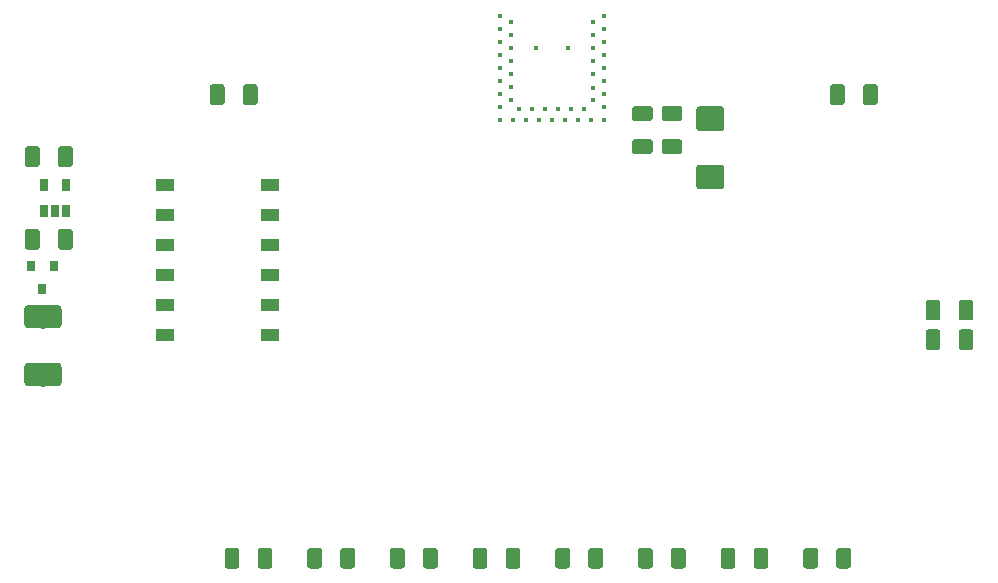
<source format=gbr>
G04 #@! TF.GenerationSoftware,KiCad,Pcbnew,(5.1.0)-1*
G04 #@! TF.CreationDate,2019-04-30T23:06:41+02:00*
G04 #@! TF.ProjectId,ArcJoy,4172634a-6f79-42e6-9b69-6361645f7063,1*
G04 #@! TF.SameCoordinates,Original*
G04 #@! TF.FileFunction,Paste,Top*
G04 #@! TF.FilePolarity,Positive*
%FSLAX46Y46*%
G04 Gerber Fmt 4.6, Leading zero omitted, Abs format (unit mm)*
G04 Created by KiCad (PCBNEW (5.1.0)-1) date 2019-04-30 23:06:41*
%MOMM*%
%LPD*%
G04 APERTURE LIST*
%ADD10C,0.100000*%
%ADD11C,1.250000*%
%ADD12C,2.075000*%
%ADD13R,1.500000X1.100000*%
%ADD14C,2.000000*%
%ADD15R,0.800000X0.900000*%
%ADD16R,0.650000X1.060000*%
%ADD17R,0.398780X0.398780*%
G04 APERTURE END LIST*
D10*
G36*
X136649504Y-60226204D02*
G01*
X136673773Y-60229804D01*
X136697571Y-60235765D01*
X136720671Y-60244030D01*
X136742849Y-60254520D01*
X136763893Y-60267133D01*
X136783598Y-60281747D01*
X136801777Y-60298223D01*
X136818253Y-60316402D01*
X136832867Y-60336107D01*
X136845480Y-60357151D01*
X136855970Y-60379329D01*
X136864235Y-60402429D01*
X136870196Y-60426227D01*
X136873796Y-60450496D01*
X136875000Y-60475000D01*
X136875000Y-61225000D01*
X136873796Y-61249504D01*
X136870196Y-61273773D01*
X136864235Y-61297571D01*
X136855970Y-61320671D01*
X136845480Y-61342849D01*
X136832867Y-61363893D01*
X136818253Y-61383598D01*
X136801777Y-61401777D01*
X136783598Y-61418253D01*
X136763893Y-61432867D01*
X136742849Y-61445480D01*
X136720671Y-61455970D01*
X136697571Y-61464235D01*
X136673773Y-61470196D01*
X136649504Y-61473796D01*
X136625000Y-61475000D01*
X135375000Y-61475000D01*
X135350496Y-61473796D01*
X135326227Y-61470196D01*
X135302429Y-61464235D01*
X135279329Y-61455970D01*
X135257151Y-61445480D01*
X135236107Y-61432867D01*
X135216402Y-61418253D01*
X135198223Y-61401777D01*
X135181747Y-61383598D01*
X135167133Y-61363893D01*
X135154520Y-61342849D01*
X135144030Y-61320671D01*
X135135765Y-61297571D01*
X135129804Y-61273773D01*
X135126204Y-61249504D01*
X135125000Y-61225000D01*
X135125000Y-60475000D01*
X135126204Y-60450496D01*
X135129804Y-60426227D01*
X135135765Y-60402429D01*
X135144030Y-60379329D01*
X135154520Y-60357151D01*
X135167133Y-60336107D01*
X135181747Y-60316402D01*
X135198223Y-60298223D01*
X135216402Y-60281747D01*
X135236107Y-60267133D01*
X135257151Y-60254520D01*
X135279329Y-60244030D01*
X135302429Y-60235765D01*
X135326227Y-60229804D01*
X135350496Y-60226204D01*
X135375000Y-60225000D01*
X136625000Y-60225000D01*
X136649504Y-60226204D01*
X136649504Y-60226204D01*
G37*
D11*
X136000000Y-60850000D03*
D10*
G36*
X136649504Y-63026204D02*
G01*
X136673773Y-63029804D01*
X136697571Y-63035765D01*
X136720671Y-63044030D01*
X136742849Y-63054520D01*
X136763893Y-63067133D01*
X136783598Y-63081747D01*
X136801777Y-63098223D01*
X136818253Y-63116402D01*
X136832867Y-63136107D01*
X136845480Y-63157151D01*
X136855970Y-63179329D01*
X136864235Y-63202429D01*
X136870196Y-63226227D01*
X136873796Y-63250496D01*
X136875000Y-63275000D01*
X136875000Y-64025000D01*
X136873796Y-64049504D01*
X136870196Y-64073773D01*
X136864235Y-64097571D01*
X136855970Y-64120671D01*
X136845480Y-64142849D01*
X136832867Y-64163893D01*
X136818253Y-64183598D01*
X136801777Y-64201777D01*
X136783598Y-64218253D01*
X136763893Y-64232867D01*
X136742849Y-64245480D01*
X136720671Y-64255970D01*
X136697571Y-64264235D01*
X136673773Y-64270196D01*
X136649504Y-64273796D01*
X136625000Y-64275000D01*
X135375000Y-64275000D01*
X135350496Y-64273796D01*
X135326227Y-64270196D01*
X135302429Y-64264235D01*
X135279329Y-64255970D01*
X135257151Y-64245480D01*
X135236107Y-64232867D01*
X135216402Y-64218253D01*
X135198223Y-64201777D01*
X135181747Y-64183598D01*
X135167133Y-64163893D01*
X135154520Y-64142849D01*
X135144030Y-64120671D01*
X135135765Y-64097571D01*
X135129804Y-64073773D01*
X135126204Y-64049504D01*
X135125000Y-64025000D01*
X135125000Y-63275000D01*
X135126204Y-63250496D01*
X135129804Y-63226227D01*
X135135765Y-63202429D01*
X135144030Y-63179329D01*
X135154520Y-63157151D01*
X135167133Y-63136107D01*
X135181747Y-63116402D01*
X135198223Y-63098223D01*
X135216402Y-63081747D01*
X135236107Y-63067133D01*
X135257151Y-63054520D01*
X135279329Y-63044030D01*
X135302429Y-63035765D01*
X135326227Y-63029804D01*
X135350496Y-63026204D01*
X135375000Y-63025000D01*
X136625000Y-63025000D01*
X136649504Y-63026204D01*
X136649504Y-63026204D01*
G37*
D11*
X136000000Y-63650000D03*
D10*
G36*
X142699504Y-60251204D02*
G01*
X142723773Y-60254804D01*
X142747571Y-60260765D01*
X142770671Y-60269030D01*
X142792849Y-60279520D01*
X142813893Y-60292133D01*
X142833598Y-60306747D01*
X142851777Y-60323223D01*
X142868253Y-60341402D01*
X142882867Y-60361107D01*
X142895480Y-60382151D01*
X142905970Y-60404329D01*
X142914235Y-60427429D01*
X142920196Y-60451227D01*
X142923796Y-60475496D01*
X142925000Y-60500000D01*
X142925000Y-62075000D01*
X142923796Y-62099504D01*
X142920196Y-62123773D01*
X142914235Y-62147571D01*
X142905970Y-62170671D01*
X142895480Y-62192849D01*
X142882867Y-62213893D01*
X142868253Y-62233598D01*
X142851777Y-62251777D01*
X142833598Y-62268253D01*
X142813893Y-62282867D01*
X142792849Y-62295480D01*
X142770671Y-62305970D01*
X142747571Y-62314235D01*
X142723773Y-62320196D01*
X142699504Y-62323796D01*
X142675000Y-62325000D01*
X140825000Y-62325000D01*
X140800496Y-62323796D01*
X140776227Y-62320196D01*
X140752429Y-62314235D01*
X140729329Y-62305970D01*
X140707151Y-62295480D01*
X140686107Y-62282867D01*
X140666402Y-62268253D01*
X140648223Y-62251777D01*
X140631747Y-62233598D01*
X140617133Y-62213893D01*
X140604520Y-62192849D01*
X140594030Y-62170671D01*
X140585765Y-62147571D01*
X140579804Y-62123773D01*
X140576204Y-62099504D01*
X140575000Y-62075000D01*
X140575000Y-60500000D01*
X140576204Y-60475496D01*
X140579804Y-60451227D01*
X140585765Y-60427429D01*
X140594030Y-60404329D01*
X140604520Y-60382151D01*
X140617133Y-60361107D01*
X140631747Y-60341402D01*
X140648223Y-60323223D01*
X140666402Y-60306747D01*
X140686107Y-60292133D01*
X140707151Y-60279520D01*
X140729329Y-60269030D01*
X140752429Y-60260765D01*
X140776227Y-60254804D01*
X140800496Y-60251204D01*
X140825000Y-60250000D01*
X142675000Y-60250000D01*
X142699504Y-60251204D01*
X142699504Y-60251204D01*
G37*
D12*
X141750000Y-61287500D03*
D10*
G36*
X142699504Y-65176204D02*
G01*
X142723773Y-65179804D01*
X142747571Y-65185765D01*
X142770671Y-65194030D01*
X142792849Y-65204520D01*
X142813893Y-65217133D01*
X142833598Y-65231747D01*
X142851777Y-65248223D01*
X142868253Y-65266402D01*
X142882867Y-65286107D01*
X142895480Y-65307151D01*
X142905970Y-65329329D01*
X142914235Y-65352429D01*
X142920196Y-65376227D01*
X142923796Y-65400496D01*
X142925000Y-65425000D01*
X142925000Y-67000000D01*
X142923796Y-67024504D01*
X142920196Y-67048773D01*
X142914235Y-67072571D01*
X142905970Y-67095671D01*
X142895480Y-67117849D01*
X142882867Y-67138893D01*
X142868253Y-67158598D01*
X142851777Y-67176777D01*
X142833598Y-67193253D01*
X142813893Y-67207867D01*
X142792849Y-67220480D01*
X142770671Y-67230970D01*
X142747571Y-67239235D01*
X142723773Y-67245196D01*
X142699504Y-67248796D01*
X142675000Y-67250000D01*
X140825000Y-67250000D01*
X140800496Y-67248796D01*
X140776227Y-67245196D01*
X140752429Y-67239235D01*
X140729329Y-67230970D01*
X140707151Y-67220480D01*
X140686107Y-67207867D01*
X140666402Y-67193253D01*
X140648223Y-67176777D01*
X140631747Y-67158598D01*
X140617133Y-67138893D01*
X140604520Y-67117849D01*
X140594030Y-67095671D01*
X140585765Y-67072571D01*
X140579804Y-67048773D01*
X140576204Y-67024504D01*
X140575000Y-67000000D01*
X140575000Y-65425000D01*
X140576204Y-65400496D01*
X140579804Y-65376227D01*
X140585765Y-65352429D01*
X140594030Y-65329329D01*
X140604520Y-65307151D01*
X140617133Y-65286107D01*
X140631747Y-65266402D01*
X140648223Y-65248223D01*
X140666402Y-65231747D01*
X140686107Y-65217133D01*
X140707151Y-65204520D01*
X140729329Y-65194030D01*
X140752429Y-65185765D01*
X140776227Y-65179804D01*
X140800496Y-65176204D01*
X140825000Y-65175000D01*
X142675000Y-65175000D01*
X142699504Y-65176204D01*
X142699504Y-65176204D01*
G37*
D12*
X141750000Y-66212500D03*
D10*
G36*
X139149504Y-60226204D02*
G01*
X139173773Y-60229804D01*
X139197571Y-60235765D01*
X139220671Y-60244030D01*
X139242849Y-60254520D01*
X139263893Y-60267133D01*
X139283598Y-60281747D01*
X139301777Y-60298223D01*
X139318253Y-60316402D01*
X139332867Y-60336107D01*
X139345480Y-60357151D01*
X139355970Y-60379329D01*
X139364235Y-60402429D01*
X139370196Y-60426227D01*
X139373796Y-60450496D01*
X139375000Y-60475000D01*
X139375000Y-61225000D01*
X139373796Y-61249504D01*
X139370196Y-61273773D01*
X139364235Y-61297571D01*
X139355970Y-61320671D01*
X139345480Y-61342849D01*
X139332867Y-61363893D01*
X139318253Y-61383598D01*
X139301777Y-61401777D01*
X139283598Y-61418253D01*
X139263893Y-61432867D01*
X139242849Y-61445480D01*
X139220671Y-61455970D01*
X139197571Y-61464235D01*
X139173773Y-61470196D01*
X139149504Y-61473796D01*
X139125000Y-61475000D01*
X137875000Y-61475000D01*
X137850496Y-61473796D01*
X137826227Y-61470196D01*
X137802429Y-61464235D01*
X137779329Y-61455970D01*
X137757151Y-61445480D01*
X137736107Y-61432867D01*
X137716402Y-61418253D01*
X137698223Y-61401777D01*
X137681747Y-61383598D01*
X137667133Y-61363893D01*
X137654520Y-61342849D01*
X137644030Y-61320671D01*
X137635765Y-61297571D01*
X137629804Y-61273773D01*
X137626204Y-61249504D01*
X137625000Y-61225000D01*
X137625000Y-60475000D01*
X137626204Y-60450496D01*
X137629804Y-60426227D01*
X137635765Y-60402429D01*
X137644030Y-60379329D01*
X137654520Y-60357151D01*
X137667133Y-60336107D01*
X137681747Y-60316402D01*
X137698223Y-60298223D01*
X137716402Y-60281747D01*
X137736107Y-60267133D01*
X137757151Y-60254520D01*
X137779329Y-60244030D01*
X137802429Y-60235765D01*
X137826227Y-60229804D01*
X137850496Y-60226204D01*
X137875000Y-60225000D01*
X139125000Y-60225000D01*
X139149504Y-60226204D01*
X139149504Y-60226204D01*
G37*
D11*
X138500000Y-60850000D03*
D10*
G36*
X139149504Y-63026204D02*
G01*
X139173773Y-63029804D01*
X139197571Y-63035765D01*
X139220671Y-63044030D01*
X139242849Y-63054520D01*
X139263893Y-63067133D01*
X139283598Y-63081747D01*
X139301777Y-63098223D01*
X139318253Y-63116402D01*
X139332867Y-63136107D01*
X139345480Y-63157151D01*
X139355970Y-63179329D01*
X139364235Y-63202429D01*
X139370196Y-63226227D01*
X139373796Y-63250496D01*
X139375000Y-63275000D01*
X139375000Y-64025000D01*
X139373796Y-64049504D01*
X139370196Y-64073773D01*
X139364235Y-64097571D01*
X139355970Y-64120671D01*
X139345480Y-64142849D01*
X139332867Y-64163893D01*
X139318253Y-64183598D01*
X139301777Y-64201777D01*
X139283598Y-64218253D01*
X139263893Y-64232867D01*
X139242849Y-64245480D01*
X139220671Y-64255970D01*
X139197571Y-64264235D01*
X139173773Y-64270196D01*
X139149504Y-64273796D01*
X139125000Y-64275000D01*
X137875000Y-64275000D01*
X137850496Y-64273796D01*
X137826227Y-64270196D01*
X137802429Y-64264235D01*
X137779329Y-64255970D01*
X137757151Y-64245480D01*
X137736107Y-64232867D01*
X137716402Y-64218253D01*
X137698223Y-64201777D01*
X137681747Y-64183598D01*
X137667133Y-64163893D01*
X137654520Y-64142849D01*
X137644030Y-64120671D01*
X137635765Y-64097571D01*
X137629804Y-64073773D01*
X137626204Y-64049504D01*
X137625000Y-64025000D01*
X137625000Y-63275000D01*
X137626204Y-63250496D01*
X137629804Y-63226227D01*
X137635765Y-63202429D01*
X137644030Y-63179329D01*
X137654520Y-63157151D01*
X137667133Y-63136107D01*
X137681747Y-63116402D01*
X137698223Y-63098223D01*
X137716402Y-63081747D01*
X137736107Y-63067133D01*
X137757151Y-63054520D01*
X137779329Y-63044030D01*
X137802429Y-63035765D01*
X137826227Y-63029804D01*
X137850496Y-63026204D01*
X137875000Y-63025000D01*
X139125000Y-63025000D01*
X139149504Y-63026204D01*
X139149504Y-63026204D01*
G37*
D11*
X138500000Y-63650000D03*
D13*
X104450000Y-66900000D03*
X95550000Y-79600000D03*
X104450000Y-69440000D03*
X95550000Y-77060000D03*
X104450000Y-71980000D03*
X95550000Y-74520000D03*
X104450000Y-74520000D03*
X95550000Y-71980000D03*
X104450000Y-77060000D03*
X95550000Y-69440000D03*
X104450000Y-79600000D03*
X95550000Y-66900000D03*
D10*
G36*
X86491266Y-77051782D02*
G01*
X86527183Y-77057109D01*
X86562405Y-77065932D01*
X86596593Y-77078165D01*
X86629417Y-77093689D01*
X86660561Y-77112356D01*
X86689726Y-77133986D01*
X86716630Y-77158370D01*
X86741014Y-77185274D01*
X86762644Y-77214439D01*
X86781311Y-77245583D01*
X86796835Y-77278407D01*
X86809068Y-77312595D01*
X86817891Y-77347817D01*
X86823218Y-77383734D01*
X86825000Y-77420000D01*
X86825000Y-78680000D01*
X86823218Y-78716266D01*
X86817891Y-78752183D01*
X86809068Y-78787405D01*
X86796835Y-78821593D01*
X86781311Y-78854417D01*
X86762644Y-78885561D01*
X86741014Y-78914726D01*
X86716630Y-78941630D01*
X86689726Y-78966014D01*
X86660561Y-78987644D01*
X86629417Y-79006311D01*
X86596593Y-79021835D01*
X86562405Y-79034068D01*
X86527183Y-79042891D01*
X86491266Y-79048218D01*
X86455000Y-79050000D01*
X84045000Y-79050000D01*
X84008734Y-79048218D01*
X83972817Y-79042891D01*
X83937595Y-79034068D01*
X83903407Y-79021835D01*
X83870583Y-79006311D01*
X83839439Y-78987644D01*
X83810274Y-78966014D01*
X83783370Y-78941630D01*
X83758986Y-78914726D01*
X83737356Y-78885561D01*
X83718689Y-78854417D01*
X83703165Y-78821593D01*
X83690932Y-78787405D01*
X83682109Y-78752183D01*
X83676782Y-78716266D01*
X83675000Y-78680000D01*
X83675000Y-77420000D01*
X83676782Y-77383734D01*
X83682109Y-77347817D01*
X83690932Y-77312595D01*
X83703165Y-77278407D01*
X83718689Y-77245583D01*
X83737356Y-77214439D01*
X83758986Y-77185274D01*
X83783370Y-77158370D01*
X83810274Y-77133986D01*
X83839439Y-77112356D01*
X83870583Y-77093689D01*
X83903407Y-77078165D01*
X83937595Y-77065932D01*
X83972817Y-77057109D01*
X84008734Y-77051782D01*
X84045000Y-77050000D01*
X86455000Y-77050000D01*
X86491266Y-77051782D01*
X86491266Y-77051782D01*
G37*
D14*
X85250000Y-78050000D03*
D10*
G36*
X86491266Y-81951782D02*
G01*
X86527183Y-81957109D01*
X86562405Y-81965932D01*
X86596593Y-81978165D01*
X86629417Y-81993689D01*
X86660561Y-82012356D01*
X86689726Y-82033986D01*
X86716630Y-82058370D01*
X86741014Y-82085274D01*
X86762644Y-82114439D01*
X86781311Y-82145583D01*
X86796835Y-82178407D01*
X86809068Y-82212595D01*
X86817891Y-82247817D01*
X86823218Y-82283734D01*
X86825000Y-82320000D01*
X86825000Y-83580000D01*
X86823218Y-83616266D01*
X86817891Y-83652183D01*
X86809068Y-83687405D01*
X86796835Y-83721593D01*
X86781311Y-83754417D01*
X86762644Y-83785561D01*
X86741014Y-83814726D01*
X86716630Y-83841630D01*
X86689726Y-83866014D01*
X86660561Y-83887644D01*
X86629417Y-83906311D01*
X86596593Y-83921835D01*
X86562405Y-83934068D01*
X86527183Y-83942891D01*
X86491266Y-83948218D01*
X86455000Y-83950000D01*
X84045000Y-83950000D01*
X84008734Y-83948218D01*
X83972817Y-83942891D01*
X83937595Y-83934068D01*
X83903407Y-83921835D01*
X83870583Y-83906311D01*
X83839439Y-83887644D01*
X83810274Y-83866014D01*
X83783370Y-83841630D01*
X83758986Y-83814726D01*
X83737356Y-83785561D01*
X83718689Y-83754417D01*
X83703165Y-83721593D01*
X83690932Y-83687405D01*
X83682109Y-83652183D01*
X83676782Y-83616266D01*
X83675000Y-83580000D01*
X83675000Y-82320000D01*
X83676782Y-82283734D01*
X83682109Y-82247817D01*
X83690932Y-82212595D01*
X83703165Y-82178407D01*
X83718689Y-82145583D01*
X83737356Y-82114439D01*
X83758986Y-82085274D01*
X83783370Y-82058370D01*
X83810274Y-82033986D01*
X83839439Y-82012356D01*
X83870583Y-81993689D01*
X83903407Y-81978165D01*
X83937595Y-81965932D01*
X83972817Y-81957109D01*
X84008734Y-81951782D01*
X84045000Y-81950000D01*
X86455000Y-81950000D01*
X86491266Y-81951782D01*
X86491266Y-81951782D01*
G37*
D14*
X85250000Y-82950000D03*
D15*
X85200000Y-75750000D03*
X84250000Y-73750000D03*
X86150000Y-73750000D03*
D10*
G36*
X160999504Y-79126204D02*
G01*
X161023773Y-79129804D01*
X161047571Y-79135765D01*
X161070671Y-79144030D01*
X161092849Y-79154520D01*
X161113893Y-79167133D01*
X161133598Y-79181747D01*
X161151777Y-79198223D01*
X161168253Y-79216402D01*
X161182867Y-79236107D01*
X161195480Y-79257151D01*
X161205970Y-79279329D01*
X161214235Y-79302429D01*
X161220196Y-79326227D01*
X161223796Y-79350496D01*
X161225000Y-79375000D01*
X161225000Y-80625000D01*
X161223796Y-80649504D01*
X161220196Y-80673773D01*
X161214235Y-80697571D01*
X161205970Y-80720671D01*
X161195480Y-80742849D01*
X161182867Y-80763893D01*
X161168253Y-80783598D01*
X161151777Y-80801777D01*
X161133598Y-80818253D01*
X161113893Y-80832867D01*
X161092849Y-80845480D01*
X161070671Y-80855970D01*
X161047571Y-80864235D01*
X161023773Y-80870196D01*
X160999504Y-80873796D01*
X160975000Y-80875000D01*
X160225000Y-80875000D01*
X160200496Y-80873796D01*
X160176227Y-80870196D01*
X160152429Y-80864235D01*
X160129329Y-80855970D01*
X160107151Y-80845480D01*
X160086107Y-80832867D01*
X160066402Y-80818253D01*
X160048223Y-80801777D01*
X160031747Y-80783598D01*
X160017133Y-80763893D01*
X160004520Y-80742849D01*
X159994030Y-80720671D01*
X159985765Y-80697571D01*
X159979804Y-80673773D01*
X159976204Y-80649504D01*
X159975000Y-80625000D01*
X159975000Y-79375000D01*
X159976204Y-79350496D01*
X159979804Y-79326227D01*
X159985765Y-79302429D01*
X159994030Y-79279329D01*
X160004520Y-79257151D01*
X160017133Y-79236107D01*
X160031747Y-79216402D01*
X160048223Y-79198223D01*
X160066402Y-79181747D01*
X160086107Y-79167133D01*
X160107151Y-79154520D01*
X160129329Y-79144030D01*
X160152429Y-79135765D01*
X160176227Y-79129804D01*
X160200496Y-79126204D01*
X160225000Y-79125000D01*
X160975000Y-79125000D01*
X160999504Y-79126204D01*
X160999504Y-79126204D01*
G37*
D11*
X160600000Y-80000000D03*
D10*
G36*
X163799504Y-79126204D02*
G01*
X163823773Y-79129804D01*
X163847571Y-79135765D01*
X163870671Y-79144030D01*
X163892849Y-79154520D01*
X163913893Y-79167133D01*
X163933598Y-79181747D01*
X163951777Y-79198223D01*
X163968253Y-79216402D01*
X163982867Y-79236107D01*
X163995480Y-79257151D01*
X164005970Y-79279329D01*
X164014235Y-79302429D01*
X164020196Y-79326227D01*
X164023796Y-79350496D01*
X164025000Y-79375000D01*
X164025000Y-80625000D01*
X164023796Y-80649504D01*
X164020196Y-80673773D01*
X164014235Y-80697571D01*
X164005970Y-80720671D01*
X163995480Y-80742849D01*
X163982867Y-80763893D01*
X163968253Y-80783598D01*
X163951777Y-80801777D01*
X163933598Y-80818253D01*
X163913893Y-80832867D01*
X163892849Y-80845480D01*
X163870671Y-80855970D01*
X163847571Y-80864235D01*
X163823773Y-80870196D01*
X163799504Y-80873796D01*
X163775000Y-80875000D01*
X163025000Y-80875000D01*
X163000496Y-80873796D01*
X162976227Y-80870196D01*
X162952429Y-80864235D01*
X162929329Y-80855970D01*
X162907151Y-80845480D01*
X162886107Y-80832867D01*
X162866402Y-80818253D01*
X162848223Y-80801777D01*
X162831747Y-80783598D01*
X162817133Y-80763893D01*
X162804520Y-80742849D01*
X162794030Y-80720671D01*
X162785765Y-80697571D01*
X162779804Y-80673773D01*
X162776204Y-80649504D01*
X162775000Y-80625000D01*
X162775000Y-79375000D01*
X162776204Y-79350496D01*
X162779804Y-79326227D01*
X162785765Y-79302429D01*
X162794030Y-79279329D01*
X162804520Y-79257151D01*
X162817133Y-79236107D01*
X162831747Y-79216402D01*
X162848223Y-79198223D01*
X162866402Y-79181747D01*
X162886107Y-79167133D01*
X162907151Y-79154520D01*
X162929329Y-79144030D01*
X162952429Y-79135765D01*
X162976227Y-79129804D01*
X163000496Y-79126204D01*
X163025000Y-79125000D01*
X163775000Y-79125000D01*
X163799504Y-79126204D01*
X163799504Y-79126204D01*
G37*
D11*
X163400000Y-80000000D03*
D10*
G36*
X160999504Y-76626204D02*
G01*
X161023773Y-76629804D01*
X161047571Y-76635765D01*
X161070671Y-76644030D01*
X161092849Y-76654520D01*
X161113893Y-76667133D01*
X161133598Y-76681747D01*
X161151777Y-76698223D01*
X161168253Y-76716402D01*
X161182867Y-76736107D01*
X161195480Y-76757151D01*
X161205970Y-76779329D01*
X161214235Y-76802429D01*
X161220196Y-76826227D01*
X161223796Y-76850496D01*
X161225000Y-76875000D01*
X161225000Y-78125000D01*
X161223796Y-78149504D01*
X161220196Y-78173773D01*
X161214235Y-78197571D01*
X161205970Y-78220671D01*
X161195480Y-78242849D01*
X161182867Y-78263893D01*
X161168253Y-78283598D01*
X161151777Y-78301777D01*
X161133598Y-78318253D01*
X161113893Y-78332867D01*
X161092849Y-78345480D01*
X161070671Y-78355970D01*
X161047571Y-78364235D01*
X161023773Y-78370196D01*
X160999504Y-78373796D01*
X160975000Y-78375000D01*
X160225000Y-78375000D01*
X160200496Y-78373796D01*
X160176227Y-78370196D01*
X160152429Y-78364235D01*
X160129329Y-78355970D01*
X160107151Y-78345480D01*
X160086107Y-78332867D01*
X160066402Y-78318253D01*
X160048223Y-78301777D01*
X160031747Y-78283598D01*
X160017133Y-78263893D01*
X160004520Y-78242849D01*
X159994030Y-78220671D01*
X159985765Y-78197571D01*
X159979804Y-78173773D01*
X159976204Y-78149504D01*
X159975000Y-78125000D01*
X159975000Y-76875000D01*
X159976204Y-76850496D01*
X159979804Y-76826227D01*
X159985765Y-76802429D01*
X159994030Y-76779329D01*
X160004520Y-76757151D01*
X160017133Y-76736107D01*
X160031747Y-76716402D01*
X160048223Y-76698223D01*
X160066402Y-76681747D01*
X160086107Y-76667133D01*
X160107151Y-76654520D01*
X160129329Y-76644030D01*
X160152429Y-76635765D01*
X160176227Y-76629804D01*
X160200496Y-76626204D01*
X160225000Y-76625000D01*
X160975000Y-76625000D01*
X160999504Y-76626204D01*
X160999504Y-76626204D01*
G37*
D11*
X160600000Y-77500000D03*
D10*
G36*
X163799504Y-76626204D02*
G01*
X163823773Y-76629804D01*
X163847571Y-76635765D01*
X163870671Y-76644030D01*
X163892849Y-76654520D01*
X163913893Y-76667133D01*
X163933598Y-76681747D01*
X163951777Y-76698223D01*
X163968253Y-76716402D01*
X163982867Y-76736107D01*
X163995480Y-76757151D01*
X164005970Y-76779329D01*
X164014235Y-76802429D01*
X164020196Y-76826227D01*
X164023796Y-76850496D01*
X164025000Y-76875000D01*
X164025000Y-78125000D01*
X164023796Y-78149504D01*
X164020196Y-78173773D01*
X164014235Y-78197571D01*
X164005970Y-78220671D01*
X163995480Y-78242849D01*
X163982867Y-78263893D01*
X163968253Y-78283598D01*
X163951777Y-78301777D01*
X163933598Y-78318253D01*
X163913893Y-78332867D01*
X163892849Y-78345480D01*
X163870671Y-78355970D01*
X163847571Y-78364235D01*
X163823773Y-78370196D01*
X163799504Y-78373796D01*
X163775000Y-78375000D01*
X163025000Y-78375000D01*
X163000496Y-78373796D01*
X162976227Y-78370196D01*
X162952429Y-78364235D01*
X162929329Y-78355970D01*
X162907151Y-78345480D01*
X162886107Y-78332867D01*
X162866402Y-78318253D01*
X162848223Y-78301777D01*
X162831747Y-78283598D01*
X162817133Y-78263893D01*
X162804520Y-78242849D01*
X162794030Y-78220671D01*
X162785765Y-78197571D01*
X162779804Y-78173773D01*
X162776204Y-78149504D01*
X162775000Y-78125000D01*
X162775000Y-76875000D01*
X162776204Y-76850496D01*
X162779804Y-76826227D01*
X162785765Y-76802429D01*
X162794030Y-76779329D01*
X162804520Y-76757151D01*
X162817133Y-76736107D01*
X162831747Y-76716402D01*
X162848223Y-76698223D01*
X162866402Y-76681747D01*
X162886107Y-76667133D01*
X162907151Y-76654520D01*
X162929329Y-76644030D01*
X162952429Y-76635765D01*
X162976227Y-76629804D01*
X163000496Y-76626204D01*
X163025000Y-76625000D01*
X163775000Y-76625000D01*
X163799504Y-76626204D01*
X163799504Y-76626204D01*
G37*
D11*
X163400000Y-77500000D03*
D10*
G36*
X136649504Y-97626204D02*
G01*
X136673773Y-97629804D01*
X136697571Y-97635765D01*
X136720671Y-97644030D01*
X136742849Y-97654520D01*
X136763893Y-97667133D01*
X136783598Y-97681747D01*
X136801777Y-97698223D01*
X136818253Y-97716402D01*
X136832867Y-97736107D01*
X136845480Y-97757151D01*
X136855970Y-97779329D01*
X136864235Y-97802429D01*
X136870196Y-97826227D01*
X136873796Y-97850496D01*
X136875000Y-97875000D01*
X136875000Y-99125000D01*
X136873796Y-99149504D01*
X136870196Y-99173773D01*
X136864235Y-99197571D01*
X136855970Y-99220671D01*
X136845480Y-99242849D01*
X136832867Y-99263893D01*
X136818253Y-99283598D01*
X136801777Y-99301777D01*
X136783598Y-99318253D01*
X136763893Y-99332867D01*
X136742849Y-99345480D01*
X136720671Y-99355970D01*
X136697571Y-99364235D01*
X136673773Y-99370196D01*
X136649504Y-99373796D01*
X136625000Y-99375000D01*
X135875000Y-99375000D01*
X135850496Y-99373796D01*
X135826227Y-99370196D01*
X135802429Y-99364235D01*
X135779329Y-99355970D01*
X135757151Y-99345480D01*
X135736107Y-99332867D01*
X135716402Y-99318253D01*
X135698223Y-99301777D01*
X135681747Y-99283598D01*
X135667133Y-99263893D01*
X135654520Y-99242849D01*
X135644030Y-99220671D01*
X135635765Y-99197571D01*
X135629804Y-99173773D01*
X135626204Y-99149504D01*
X135625000Y-99125000D01*
X135625000Y-97875000D01*
X135626204Y-97850496D01*
X135629804Y-97826227D01*
X135635765Y-97802429D01*
X135644030Y-97779329D01*
X135654520Y-97757151D01*
X135667133Y-97736107D01*
X135681747Y-97716402D01*
X135698223Y-97698223D01*
X135716402Y-97681747D01*
X135736107Y-97667133D01*
X135757151Y-97654520D01*
X135779329Y-97644030D01*
X135802429Y-97635765D01*
X135826227Y-97629804D01*
X135850496Y-97626204D01*
X135875000Y-97625000D01*
X136625000Y-97625000D01*
X136649504Y-97626204D01*
X136649504Y-97626204D01*
G37*
D11*
X136250000Y-98500000D03*
D10*
G36*
X139449504Y-97626204D02*
G01*
X139473773Y-97629804D01*
X139497571Y-97635765D01*
X139520671Y-97644030D01*
X139542849Y-97654520D01*
X139563893Y-97667133D01*
X139583598Y-97681747D01*
X139601777Y-97698223D01*
X139618253Y-97716402D01*
X139632867Y-97736107D01*
X139645480Y-97757151D01*
X139655970Y-97779329D01*
X139664235Y-97802429D01*
X139670196Y-97826227D01*
X139673796Y-97850496D01*
X139675000Y-97875000D01*
X139675000Y-99125000D01*
X139673796Y-99149504D01*
X139670196Y-99173773D01*
X139664235Y-99197571D01*
X139655970Y-99220671D01*
X139645480Y-99242849D01*
X139632867Y-99263893D01*
X139618253Y-99283598D01*
X139601777Y-99301777D01*
X139583598Y-99318253D01*
X139563893Y-99332867D01*
X139542849Y-99345480D01*
X139520671Y-99355970D01*
X139497571Y-99364235D01*
X139473773Y-99370196D01*
X139449504Y-99373796D01*
X139425000Y-99375000D01*
X138675000Y-99375000D01*
X138650496Y-99373796D01*
X138626227Y-99370196D01*
X138602429Y-99364235D01*
X138579329Y-99355970D01*
X138557151Y-99345480D01*
X138536107Y-99332867D01*
X138516402Y-99318253D01*
X138498223Y-99301777D01*
X138481747Y-99283598D01*
X138467133Y-99263893D01*
X138454520Y-99242849D01*
X138444030Y-99220671D01*
X138435765Y-99197571D01*
X138429804Y-99173773D01*
X138426204Y-99149504D01*
X138425000Y-99125000D01*
X138425000Y-97875000D01*
X138426204Y-97850496D01*
X138429804Y-97826227D01*
X138435765Y-97802429D01*
X138444030Y-97779329D01*
X138454520Y-97757151D01*
X138467133Y-97736107D01*
X138481747Y-97716402D01*
X138498223Y-97698223D01*
X138516402Y-97681747D01*
X138536107Y-97667133D01*
X138557151Y-97654520D01*
X138579329Y-97644030D01*
X138602429Y-97635765D01*
X138626227Y-97629804D01*
X138650496Y-97626204D01*
X138675000Y-97625000D01*
X139425000Y-97625000D01*
X139449504Y-97626204D01*
X139449504Y-97626204D01*
G37*
D11*
X139050000Y-98500000D03*
D10*
G36*
X152899504Y-58376204D02*
G01*
X152923773Y-58379804D01*
X152947571Y-58385765D01*
X152970671Y-58394030D01*
X152992849Y-58404520D01*
X153013893Y-58417133D01*
X153033598Y-58431747D01*
X153051777Y-58448223D01*
X153068253Y-58466402D01*
X153082867Y-58486107D01*
X153095480Y-58507151D01*
X153105970Y-58529329D01*
X153114235Y-58552429D01*
X153120196Y-58576227D01*
X153123796Y-58600496D01*
X153125000Y-58625000D01*
X153125000Y-59875000D01*
X153123796Y-59899504D01*
X153120196Y-59923773D01*
X153114235Y-59947571D01*
X153105970Y-59970671D01*
X153095480Y-59992849D01*
X153082867Y-60013893D01*
X153068253Y-60033598D01*
X153051777Y-60051777D01*
X153033598Y-60068253D01*
X153013893Y-60082867D01*
X152992849Y-60095480D01*
X152970671Y-60105970D01*
X152947571Y-60114235D01*
X152923773Y-60120196D01*
X152899504Y-60123796D01*
X152875000Y-60125000D01*
X152125000Y-60125000D01*
X152100496Y-60123796D01*
X152076227Y-60120196D01*
X152052429Y-60114235D01*
X152029329Y-60105970D01*
X152007151Y-60095480D01*
X151986107Y-60082867D01*
X151966402Y-60068253D01*
X151948223Y-60051777D01*
X151931747Y-60033598D01*
X151917133Y-60013893D01*
X151904520Y-59992849D01*
X151894030Y-59970671D01*
X151885765Y-59947571D01*
X151879804Y-59923773D01*
X151876204Y-59899504D01*
X151875000Y-59875000D01*
X151875000Y-58625000D01*
X151876204Y-58600496D01*
X151879804Y-58576227D01*
X151885765Y-58552429D01*
X151894030Y-58529329D01*
X151904520Y-58507151D01*
X151917133Y-58486107D01*
X151931747Y-58466402D01*
X151948223Y-58448223D01*
X151966402Y-58431747D01*
X151986107Y-58417133D01*
X152007151Y-58404520D01*
X152029329Y-58394030D01*
X152052429Y-58385765D01*
X152076227Y-58379804D01*
X152100496Y-58376204D01*
X152125000Y-58375000D01*
X152875000Y-58375000D01*
X152899504Y-58376204D01*
X152899504Y-58376204D01*
G37*
D11*
X152500000Y-59250000D03*
D10*
G36*
X155699504Y-58376204D02*
G01*
X155723773Y-58379804D01*
X155747571Y-58385765D01*
X155770671Y-58394030D01*
X155792849Y-58404520D01*
X155813893Y-58417133D01*
X155833598Y-58431747D01*
X155851777Y-58448223D01*
X155868253Y-58466402D01*
X155882867Y-58486107D01*
X155895480Y-58507151D01*
X155905970Y-58529329D01*
X155914235Y-58552429D01*
X155920196Y-58576227D01*
X155923796Y-58600496D01*
X155925000Y-58625000D01*
X155925000Y-59875000D01*
X155923796Y-59899504D01*
X155920196Y-59923773D01*
X155914235Y-59947571D01*
X155905970Y-59970671D01*
X155895480Y-59992849D01*
X155882867Y-60013893D01*
X155868253Y-60033598D01*
X155851777Y-60051777D01*
X155833598Y-60068253D01*
X155813893Y-60082867D01*
X155792849Y-60095480D01*
X155770671Y-60105970D01*
X155747571Y-60114235D01*
X155723773Y-60120196D01*
X155699504Y-60123796D01*
X155675000Y-60125000D01*
X154925000Y-60125000D01*
X154900496Y-60123796D01*
X154876227Y-60120196D01*
X154852429Y-60114235D01*
X154829329Y-60105970D01*
X154807151Y-60095480D01*
X154786107Y-60082867D01*
X154766402Y-60068253D01*
X154748223Y-60051777D01*
X154731747Y-60033598D01*
X154717133Y-60013893D01*
X154704520Y-59992849D01*
X154694030Y-59970671D01*
X154685765Y-59947571D01*
X154679804Y-59923773D01*
X154676204Y-59899504D01*
X154675000Y-59875000D01*
X154675000Y-58625000D01*
X154676204Y-58600496D01*
X154679804Y-58576227D01*
X154685765Y-58552429D01*
X154694030Y-58529329D01*
X154704520Y-58507151D01*
X154717133Y-58486107D01*
X154731747Y-58466402D01*
X154748223Y-58448223D01*
X154766402Y-58431747D01*
X154786107Y-58417133D01*
X154807151Y-58404520D01*
X154829329Y-58394030D01*
X154852429Y-58385765D01*
X154876227Y-58379804D01*
X154900496Y-58376204D01*
X154925000Y-58375000D01*
X155675000Y-58375000D01*
X155699504Y-58376204D01*
X155699504Y-58376204D01*
G37*
D11*
X155300000Y-59250000D03*
D10*
G36*
X100399504Y-58376204D02*
G01*
X100423773Y-58379804D01*
X100447571Y-58385765D01*
X100470671Y-58394030D01*
X100492849Y-58404520D01*
X100513893Y-58417133D01*
X100533598Y-58431747D01*
X100551777Y-58448223D01*
X100568253Y-58466402D01*
X100582867Y-58486107D01*
X100595480Y-58507151D01*
X100605970Y-58529329D01*
X100614235Y-58552429D01*
X100620196Y-58576227D01*
X100623796Y-58600496D01*
X100625000Y-58625000D01*
X100625000Y-59875000D01*
X100623796Y-59899504D01*
X100620196Y-59923773D01*
X100614235Y-59947571D01*
X100605970Y-59970671D01*
X100595480Y-59992849D01*
X100582867Y-60013893D01*
X100568253Y-60033598D01*
X100551777Y-60051777D01*
X100533598Y-60068253D01*
X100513893Y-60082867D01*
X100492849Y-60095480D01*
X100470671Y-60105970D01*
X100447571Y-60114235D01*
X100423773Y-60120196D01*
X100399504Y-60123796D01*
X100375000Y-60125000D01*
X99625000Y-60125000D01*
X99600496Y-60123796D01*
X99576227Y-60120196D01*
X99552429Y-60114235D01*
X99529329Y-60105970D01*
X99507151Y-60095480D01*
X99486107Y-60082867D01*
X99466402Y-60068253D01*
X99448223Y-60051777D01*
X99431747Y-60033598D01*
X99417133Y-60013893D01*
X99404520Y-59992849D01*
X99394030Y-59970671D01*
X99385765Y-59947571D01*
X99379804Y-59923773D01*
X99376204Y-59899504D01*
X99375000Y-59875000D01*
X99375000Y-58625000D01*
X99376204Y-58600496D01*
X99379804Y-58576227D01*
X99385765Y-58552429D01*
X99394030Y-58529329D01*
X99404520Y-58507151D01*
X99417133Y-58486107D01*
X99431747Y-58466402D01*
X99448223Y-58448223D01*
X99466402Y-58431747D01*
X99486107Y-58417133D01*
X99507151Y-58404520D01*
X99529329Y-58394030D01*
X99552429Y-58385765D01*
X99576227Y-58379804D01*
X99600496Y-58376204D01*
X99625000Y-58375000D01*
X100375000Y-58375000D01*
X100399504Y-58376204D01*
X100399504Y-58376204D01*
G37*
D11*
X100000000Y-59250000D03*
D10*
G36*
X103199504Y-58376204D02*
G01*
X103223773Y-58379804D01*
X103247571Y-58385765D01*
X103270671Y-58394030D01*
X103292849Y-58404520D01*
X103313893Y-58417133D01*
X103333598Y-58431747D01*
X103351777Y-58448223D01*
X103368253Y-58466402D01*
X103382867Y-58486107D01*
X103395480Y-58507151D01*
X103405970Y-58529329D01*
X103414235Y-58552429D01*
X103420196Y-58576227D01*
X103423796Y-58600496D01*
X103425000Y-58625000D01*
X103425000Y-59875000D01*
X103423796Y-59899504D01*
X103420196Y-59923773D01*
X103414235Y-59947571D01*
X103405970Y-59970671D01*
X103395480Y-59992849D01*
X103382867Y-60013893D01*
X103368253Y-60033598D01*
X103351777Y-60051777D01*
X103333598Y-60068253D01*
X103313893Y-60082867D01*
X103292849Y-60095480D01*
X103270671Y-60105970D01*
X103247571Y-60114235D01*
X103223773Y-60120196D01*
X103199504Y-60123796D01*
X103175000Y-60125000D01*
X102425000Y-60125000D01*
X102400496Y-60123796D01*
X102376227Y-60120196D01*
X102352429Y-60114235D01*
X102329329Y-60105970D01*
X102307151Y-60095480D01*
X102286107Y-60082867D01*
X102266402Y-60068253D01*
X102248223Y-60051777D01*
X102231747Y-60033598D01*
X102217133Y-60013893D01*
X102204520Y-59992849D01*
X102194030Y-59970671D01*
X102185765Y-59947571D01*
X102179804Y-59923773D01*
X102176204Y-59899504D01*
X102175000Y-59875000D01*
X102175000Y-58625000D01*
X102176204Y-58600496D01*
X102179804Y-58576227D01*
X102185765Y-58552429D01*
X102194030Y-58529329D01*
X102204520Y-58507151D01*
X102217133Y-58486107D01*
X102231747Y-58466402D01*
X102248223Y-58448223D01*
X102266402Y-58431747D01*
X102286107Y-58417133D01*
X102307151Y-58404520D01*
X102329329Y-58394030D01*
X102352429Y-58385765D01*
X102376227Y-58379804D01*
X102400496Y-58376204D01*
X102425000Y-58375000D01*
X103175000Y-58375000D01*
X103199504Y-58376204D01*
X103199504Y-58376204D01*
G37*
D11*
X102800000Y-59250000D03*
D10*
G36*
X150649504Y-97626204D02*
G01*
X150673773Y-97629804D01*
X150697571Y-97635765D01*
X150720671Y-97644030D01*
X150742849Y-97654520D01*
X150763893Y-97667133D01*
X150783598Y-97681747D01*
X150801777Y-97698223D01*
X150818253Y-97716402D01*
X150832867Y-97736107D01*
X150845480Y-97757151D01*
X150855970Y-97779329D01*
X150864235Y-97802429D01*
X150870196Y-97826227D01*
X150873796Y-97850496D01*
X150875000Y-97875000D01*
X150875000Y-99125000D01*
X150873796Y-99149504D01*
X150870196Y-99173773D01*
X150864235Y-99197571D01*
X150855970Y-99220671D01*
X150845480Y-99242849D01*
X150832867Y-99263893D01*
X150818253Y-99283598D01*
X150801777Y-99301777D01*
X150783598Y-99318253D01*
X150763893Y-99332867D01*
X150742849Y-99345480D01*
X150720671Y-99355970D01*
X150697571Y-99364235D01*
X150673773Y-99370196D01*
X150649504Y-99373796D01*
X150625000Y-99375000D01*
X149875000Y-99375000D01*
X149850496Y-99373796D01*
X149826227Y-99370196D01*
X149802429Y-99364235D01*
X149779329Y-99355970D01*
X149757151Y-99345480D01*
X149736107Y-99332867D01*
X149716402Y-99318253D01*
X149698223Y-99301777D01*
X149681747Y-99283598D01*
X149667133Y-99263893D01*
X149654520Y-99242849D01*
X149644030Y-99220671D01*
X149635765Y-99197571D01*
X149629804Y-99173773D01*
X149626204Y-99149504D01*
X149625000Y-99125000D01*
X149625000Y-97875000D01*
X149626204Y-97850496D01*
X149629804Y-97826227D01*
X149635765Y-97802429D01*
X149644030Y-97779329D01*
X149654520Y-97757151D01*
X149667133Y-97736107D01*
X149681747Y-97716402D01*
X149698223Y-97698223D01*
X149716402Y-97681747D01*
X149736107Y-97667133D01*
X149757151Y-97654520D01*
X149779329Y-97644030D01*
X149802429Y-97635765D01*
X149826227Y-97629804D01*
X149850496Y-97626204D01*
X149875000Y-97625000D01*
X150625000Y-97625000D01*
X150649504Y-97626204D01*
X150649504Y-97626204D01*
G37*
D11*
X150250000Y-98500000D03*
D10*
G36*
X153449504Y-97626204D02*
G01*
X153473773Y-97629804D01*
X153497571Y-97635765D01*
X153520671Y-97644030D01*
X153542849Y-97654520D01*
X153563893Y-97667133D01*
X153583598Y-97681747D01*
X153601777Y-97698223D01*
X153618253Y-97716402D01*
X153632867Y-97736107D01*
X153645480Y-97757151D01*
X153655970Y-97779329D01*
X153664235Y-97802429D01*
X153670196Y-97826227D01*
X153673796Y-97850496D01*
X153675000Y-97875000D01*
X153675000Y-99125000D01*
X153673796Y-99149504D01*
X153670196Y-99173773D01*
X153664235Y-99197571D01*
X153655970Y-99220671D01*
X153645480Y-99242849D01*
X153632867Y-99263893D01*
X153618253Y-99283598D01*
X153601777Y-99301777D01*
X153583598Y-99318253D01*
X153563893Y-99332867D01*
X153542849Y-99345480D01*
X153520671Y-99355970D01*
X153497571Y-99364235D01*
X153473773Y-99370196D01*
X153449504Y-99373796D01*
X153425000Y-99375000D01*
X152675000Y-99375000D01*
X152650496Y-99373796D01*
X152626227Y-99370196D01*
X152602429Y-99364235D01*
X152579329Y-99355970D01*
X152557151Y-99345480D01*
X152536107Y-99332867D01*
X152516402Y-99318253D01*
X152498223Y-99301777D01*
X152481747Y-99283598D01*
X152467133Y-99263893D01*
X152454520Y-99242849D01*
X152444030Y-99220671D01*
X152435765Y-99197571D01*
X152429804Y-99173773D01*
X152426204Y-99149504D01*
X152425000Y-99125000D01*
X152425000Y-97875000D01*
X152426204Y-97850496D01*
X152429804Y-97826227D01*
X152435765Y-97802429D01*
X152444030Y-97779329D01*
X152454520Y-97757151D01*
X152467133Y-97736107D01*
X152481747Y-97716402D01*
X152498223Y-97698223D01*
X152516402Y-97681747D01*
X152536107Y-97667133D01*
X152557151Y-97654520D01*
X152579329Y-97644030D01*
X152602429Y-97635765D01*
X152626227Y-97629804D01*
X152650496Y-97626204D01*
X152675000Y-97625000D01*
X153425000Y-97625000D01*
X153449504Y-97626204D01*
X153449504Y-97626204D01*
G37*
D11*
X153050000Y-98500000D03*
D10*
G36*
X143649504Y-97626204D02*
G01*
X143673773Y-97629804D01*
X143697571Y-97635765D01*
X143720671Y-97644030D01*
X143742849Y-97654520D01*
X143763893Y-97667133D01*
X143783598Y-97681747D01*
X143801777Y-97698223D01*
X143818253Y-97716402D01*
X143832867Y-97736107D01*
X143845480Y-97757151D01*
X143855970Y-97779329D01*
X143864235Y-97802429D01*
X143870196Y-97826227D01*
X143873796Y-97850496D01*
X143875000Y-97875000D01*
X143875000Y-99125000D01*
X143873796Y-99149504D01*
X143870196Y-99173773D01*
X143864235Y-99197571D01*
X143855970Y-99220671D01*
X143845480Y-99242849D01*
X143832867Y-99263893D01*
X143818253Y-99283598D01*
X143801777Y-99301777D01*
X143783598Y-99318253D01*
X143763893Y-99332867D01*
X143742849Y-99345480D01*
X143720671Y-99355970D01*
X143697571Y-99364235D01*
X143673773Y-99370196D01*
X143649504Y-99373796D01*
X143625000Y-99375000D01*
X142875000Y-99375000D01*
X142850496Y-99373796D01*
X142826227Y-99370196D01*
X142802429Y-99364235D01*
X142779329Y-99355970D01*
X142757151Y-99345480D01*
X142736107Y-99332867D01*
X142716402Y-99318253D01*
X142698223Y-99301777D01*
X142681747Y-99283598D01*
X142667133Y-99263893D01*
X142654520Y-99242849D01*
X142644030Y-99220671D01*
X142635765Y-99197571D01*
X142629804Y-99173773D01*
X142626204Y-99149504D01*
X142625000Y-99125000D01*
X142625000Y-97875000D01*
X142626204Y-97850496D01*
X142629804Y-97826227D01*
X142635765Y-97802429D01*
X142644030Y-97779329D01*
X142654520Y-97757151D01*
X142667133Y-97736107D01*
X142681747Y-97716402D01*
X142698223Y-97698223D01*
X142716402Y-97681747D01*
X142736107Y-97667133D01*
X142757151Y-97654520D01*
X142779329Y-97644030D01*
X142802429Y-97635765D01*
X142826227Y-97629804D01*
X142850496Y-97626204D01*
X142875000Y-97625000D01*
X143625000Y-97625000D01*
X143649504Y-97626204D01*
X143649504Y-97626204D01*
G37*
D11*
X143250000Y-98500000D03*
D10*
G36*
X146449504Y-97626204D02*
G01*
X146473773Y-97629804D01*
X146497571Y-97635765D01*
X146520671Y-97644030D01*
X146542849Y-97654520D01*
X146563893Y-97667133D01*
X146583598Y-97681747D01*
X146601777Y-97698223D01*
X146618253Y-97716402D01*
X146632867Y-97736107D01*
X146645480Y-97757151D01*
X146655970Y-97779329D01*
X146664235Y-97802429D01*
X146670196Y-97826227D01*
X146673796Y-97850496D01*
X146675000Y-97875000D01*
X146675000Y-99125000D01*
X146673796Y-99149504D01*
X146670196Y-99173773D01*
X146664235Y-99197571D01*
X146655970Y-99220671D01*
X146645480Y-99242849D01*
X146632867Y-99263893D01*
X146618253Y-99283598D01*
X146601777Y-99301777D01*
X146583598Y-99318253D01*
X146563893Y-99332867D01*
X146542849Y-99345480D01*
X146520671Y-99355970D01*
X146497571Y-99364235D01*
X146473773Y-99370196D01*
X146449504Y-99373796D01*
X146425000Y-99375000D01*
X145675000Y-99375000D01*
X145650496Y-99373796D01*
X145626227Y-99370196D01*
X145602429Y-99364235D01*
X145579329Y-99355970D01*
X145557151Y-99345480D01*
X145536107Y-99332867D01*
X145516402Y-99318253D01*
X145498223Y-99301777D01*
X145481747Y-99283598D01*
X145467133Y-99263893D01*
X145454520Y-99242849D01*
X145444030Y-99220671D01*
X145435765Y-99197571D01*
X145429804Y-99173773D01*
X145426204Y-99149504D01*
X145425000Y-99125000D01*
X145425000Y-97875000D01*
X145426204Y-97850496D01*
X145429804Y-97826227D01*
X145435765Y-97802429D01*
X145444030Y-97779329D01*
X145454520Y-97757151D01*
X145467133Y-97736107D01*
X145481747Y-97716402D01*
X145498223Y-97698223D01*
X145516402Y-97681747D01*
X145536107Y-97667133D01*
X145557151Y-97654520D01*
X145579329Y-97644030D01*
X145602429Y-97635765D01*
X145626227Y-97629804D01*
X145650496Y-97626204D01*
X145675000Y-97625000D01*
X146425000Y-97625000D01*
X146449504Y-97626204D01*
X146449504Y-97626204D01*
G37*
D11*
X146050000Y-98500000D03*
D10*
G36*
X101649504Y-97626204D02*
G01*
X101673773Y-97629804D01*
X101697571Y-97635765D01*
X101720671Y-97644030D01*
X101742849Y-97654520D01*
X101763893Y-97667133D01*
X101783598Y-97681747D01*
X101801777Y-97698223D01*
X101818253Y-97716402D01*
X101832867Y-97736107D01*
X101845480Y-97757151D01*
X101855970Y-97779329D01*
X101864235Y-97802429D01*
X101870196Y-97826227D01*
X101873796Y-97850496D01*
X101875000Y-97875000D01*
X101875000Y-99125000D01*
X101873796Y-99149504D01*
X101870196Y-99173773D01*
X101864235Y-99197571D01*
X101855970Y-99220671D01*
X101845480Y-99242849D01*
X101832867Y-99263893D01*
X101818253Y-99283598D01*
X101801777Y-99301777D01*
X101783598Y-99318253D01*
X101763893Y-99332867D01*
X101742849Y-99345480D01*
X101720671Y-99355970D01*
X101697571Y-99364235D01*
X101673773Y-99370196D01*
X101649504Y-99373796D01*
X101625000Y-99375000D01*
X100875000Y-99375000D01*
X100850496Y-99373796D01*
X100826227Y-99370196D01*
X100802429Y-99364235D01*
X100779329Y-99355970D01*
X100757151Y-99345480D01*
X100736107Y-99332867D01*
X100716402Y-99318253D01*
X100698223Y-99301777D01*
X100681747Y-99283598D01*
X100667133Y-99263893D01*
X100654520Y-99242849D01*
X100644030Y-99220671D01*
X100635765Y-99197571D01*
X100629804Y-99173773D01*
X100626204Y-99149504D01*
X100625000Y-99125000D01*
X100625000Y-97875000D01*
X100626204Y-97850496D01*
X100629804Y-97826227D01*
X100635765Y-97802429D01*
X100644030Y-97779329D01*
X100654520Y-97757151D01*
X100667133Y-97736107D01*
X100681747Y-97716402D01*
X100698223Y-97698223D01*
X100716402Y-97681747D01*
X100736107Y-97667133D01*
X100757151Y-97654520D01*
X100779329Y-97644030D01*
X100802429Y-97635765D01*
X100826227Y-97629804D01*
X100850496Y-97626204D01*
X100875000Y-97625000D01*
X101625000Y-97625000D01*
X101649504Y-97626204D01*
X101649504Y-97626204D01*
G37*
D11*
X101250000Y-98500000D03*
D10*
G36*
X104449504Y-97626204D02*
G01*
X104473773Y-97629804D01*
X104497571Y-97635765D01*
X104520671Y-97644030D01*
X104542849Y-97654520D01*
X104563893Y-97667133D01*
X104583598Y-97681747D01*
X104601777Y-97698223D01*
X104618253Y-97716402D01*
X104632867Y-97736107D01*
X104645480Y-97757151D01*
X104655970Y-97779329D01*
X104664235Y-97802429D01*
X104670196Y-97826227D01*
X104673796Y-97850496D01*
X104675000Y-97875000D01*
X104675000Y-99125000D01*
X104673796Y-99149504D01*
X104670196Y-99173773D01*
X104664235Y-99197571D01*
X104655970Y-99220671D01*
X104645480Y-99242849D01*
X104632867Y-99263893D01*
X104618253Y-99283598D01*
X104601777Y-99301777D01*
X104583598Y-99318253D01*
X104563893Y-99332867D01*
X104542849Y-99345480D01*
X104520671Y-99355970D01*
X104497571Y-99364235D01*
X104473773Y-99370196D01*
X104449504Y-99373796D01*
X104425000Y-99375000D01*
X103675000Y-99375000D01*
X103650496Y-99373796D01*
X103626227Y-99370196D01*
X103602429Y-99364235D01*
X103579329Y-99355970D01*
X103557151Y-99345480D01*
X103536107Y-99332867D01*
X103516402Y-99318253D01*
X103498223Y-99301777D01*
X103481747Y-99283598D01*
X103467133Y-99263893D01*
X103454520Y-99242849D01*
X103444030Y-99220671D01*
X103435765Y-99197571D01*
X103429804Y-99173773D01*
X103426204Y-99149504D01*
X103425000Y-99125000D01*
X103425000Y-97875000D01*
X103426204Y-97850496D01*
X103429804Y-97826227D01*
X103435765Y-97802429D01*
X103444030Y-97779329D01*
X103454520Y-97757151D01*
X103467133Y-97736107D01*
X103481747Y-97716402D01*
X103498223Y-97698223D01*
X103516402Y-97681747D01*
X103536107Y-97667133D01*
X103557151Y-97654520D01*
X103579329Y-97644030D01*
X103602429Y-97635765D01*
X103626227Y-97629804D01*
X103650496Y-97626204D01*
X103675000Y-97625000D01*
X104425000Y-97625000D01*
X104449504Y-97626204D01*
X104449504Y-97626204D01*
G37*
D11*
X104050000Y-98500000D03*
D10*
G36*
X122649504Y-97626204D02*
G01*
X122673773Y-97629804D01*
X122697571Y-97635765D01*
X122720671Y-97644030D01*
X122742849Y-97654520D01*
X122763893Y-97667133D01*
X122783598Y-97681747D01*
X122801777Y-97698223D01*
X122818253Y-97716402D01*
X122832867Y-97736107D01*
X122845480Y-97757151D01*
X122855970Y-97779329D01*
X122864235Y-97802429D01*
X122870196Y-97826227D01*
X122873796Y-97850496D01*
X122875000Y-97875000D01*
X122875000Y-99125000D01*
X122873796Y-99149504D01*
X122870196Y-99173773D01*
X122864235Y-99197571D01*
X122855970Y-99220671D01*
X122845480Y-99242849D01*
X122832867Y-99263893D01*
X122818253Y-99283598D01*
X122801777Y-99301777D01*
X122783598Y-99318253D01*
X122763893Y-99332867D01*
X122742849Y-99345480D01*
X122720671Y-99355970D01*
X122697571Y-99364235D01*
X122673773Y-99370196D01*
X122649504Y-99373796D01*
X122625000Y-99375000D01*
X121875000Y-99375000D01*
X121850496Y-99373796D01*
X121826227Y-99370196D01*
X121802429Y-99364235D01*
X121779329Y-99355970D01*
X121757151Y-99345480D01*
X121736107Y-99332867D01*
X121716402Y-99318253D01*
X121698223Y-99301777D01*
X121681747Y-99283598D01*
X121667133Y-99263893D01*
X121654520Y-99242849D01*
X121644030Y-99220671D01*
X121635765Y-99197571D01*
X121629804Y-99173773D01*
X121626204Y-99149504D01*
X121625000Y-99125000D01*
X121625000Y-97875000D01*
X121626204Y-97850496D01*
X121629804Y-97826227D01*
X121635765Y-97802429D01*
X121644030Y-97779329D01*
X121654520Y-97757151D01*
X121667133Y-97736107D01*
X121681747Y-97716402D01*
X121698223Y-97698223D01*
X121716402Y-97681747D01*
X121736107Y-97667133D01*
X121757151Y-97654520D01*
X121779329Y-97644030D01*
X121802429Y-97635765D01*
X121826227Y-97629804D01*
X121850496Y-97626204D01*
X121875000Y-97625000D01*
X122625000Y-97625000D01*
X122649504Y-97626204D01*
X122649504Y-97626204D01*
G37*
D11*
X122250000Y-98500000D03*
D10*
G36*
X125449504Y-97626204D02*
G01*
X125473773Y-97629804D01*
X125497571Y-97635765D01*
X125520671Y-97644030D01*
X125542849Y-97654520D01*
X125563893Y-97667133D01*
X125583598Y-97681747D01*
X125601777Y-97698223D01*
X125618253Y-97716402D01*
X125632867Y-97736107D01*
X125645480Y-97757151D01*
X125655970Y-97779329D01*
X125664235Y-97802429D01*
X125670196Y-97826227D01*
X125673796Y-97850496D01*
X125675000Y-97875000D01*
X125675000Y-99125000D01*
X125673796Y-99149504D01*
X125670196Y-99173773D01*
X125664235Y-99197571D01*
X125655970Y-99220671D01*
X125645480Y-99242849D01*
X125632867Y-99263893D01*
X125618253Y-99283598D01*
X125601777Y-99301777D01*
X125583598Y-99318253D01*
X125563893Y-99332867D01*
X125542849Y-99345480D01*
X125520671Y-99355970D01*
X125497571Y-99364235D01*
X125473773Y-99370196D01*
X125449504Y-99373796D01*
X125425000Y-99375000D01*
X124675000Y-99375000D01*
X124650496Y-99373796D01*
X124626227Y-99370196D01*
X124602429Y-99364235D01*
X124579329Y-99355970D01*
X124557151Y-99345480D01*
X124536107Y-99332867D01*
X124516402Y-99318253D01*
X124498223Y-99301777D01*
X124481747Y-99283598D01*
X124467133Y-99263893D01*
X124454520Y-99242849D01*
X124444030Y-99220671D01*
X124435765Y-99197571D01*
X124429804Y-99173773D01*
X124426204Y-99149504D01*
X124425000Y-99125000D01*
X124425000Y-97875000D01*
X124426204Y-97850496D01*
X124429804Y-97826227D01*
X124435765Y-97802429D01*
X124444030Y-97779329D01*
X124454520Y-97757151D01*
X124467133Y-97736107D01*
X124481747Y-97716402D01*
X124498223Y-97698223D01*
X124516402Y-97681747D01*
X124536107Y-97667133D01*
X124557151Y-97654520D01*
X124579329Y-97644030D01*
X124602429Y-97635765D01*
X124626227Y-97629804D01*
X124650496Y-97626204D01*
X124675000Y-97625000D01*
X125425000Y-97625000D01*
X125449504Y-97626204D01*
X125449504Y-97626204D01*
G37*
D11*
X125050000Y-98500000D03*
D10*
G36*
X115649504Y-97626204D02*
G01*
X115673773Y-97629804D01*
X115697571Y-97635765D01*
X115720671Y-97644030D01*
X115742849Y-97654520D01*
X115763893Y-97667133D01*
X115783598Y-97681747D01*
X115801777Y-97698223D01*
X115818253Y-97716402D01*
X115832867Y-97736107D01*
X115845480Y-97757151D01*
X115855970Y-97779329D01*
X115864235Y-97802429D01*
X115870196Y-97826227D01*
X115873796Y-97850496D01*
X115875000Y-97875000D01*
X115875000Y-99125000D01*
X115873796Y-99149504D01*
X115870196Y-99173773D01*
X115864235Y-99197571D01*
X115855970Y-99220671D01*
X115845480Y-99242849D01*
X115832867Y-99263893D01*
X115818253Y-99283598D01*
X115801777Y-99301777D01*
X115783598Y-99318253D01*
X115763893Y-99332867D01*
X115742849Y-99345480D01*
X115720671Y-99355970D01*
X115697571Y-99364235D01*
X115673773Y-99370196D01*
X115649504Y-99373796D01*
X115625000Y-99375000D01*
X114875000Y-99375000D01*
X114850496Y-99373796D01*
X114826227Y-99370196D01*
X114802429Y-99364235D01*
X114779329Y-99355970D01*
X114757151Y-99345480D01*
X114736107Y-99332867D01*
X114716402Y-99318253D01*
X114698223Y-99301777D01*
X114681747Y-99283598D01*
X114667133Y-99263893D01*
X114654520Y-99242849D01*
X114644030Y-99220671D01*
X114635765Y-99197571D01*
X114629804Y-99173773D01*
X114626204Y-99149504D01*
X114625000Y-99125000D01*
X114625000Y-97875000D01*
X114626204Y-97850496D01*
X114629804Y-97826227D01*
X114635765Y-97802429D01*
X114644030Y-97779329D01*
X114654520Y-97757151D01*
X114667133Y-97736107D01*
X114681747Y-97716402D01*
X114698223Y-97698223D01*
X114716402Y-97681747D01*
X114736107Y-97667133D01*
X114757151Y-97654520D01*
X114779329Y-97644030D01*
X114802429Y-97635765D01*
X114826227Y-97629804D01*
X114850496Y-97626204D01*
X114875000Y-97625000D01*
X115625000Y-97625000D01*
X115649504Y-97626204D01*
X115649504Y-97626204D01*
G37*
D11*
X115250000Y-98500000D03*
D10*
G36*
X118449504Y-97626204D02*
G01*
X118473773Y-97629804D01*
X118497571Y-97635765D01*
X118520671Y-97644030D01*
X118542849Y-97654520D01*
X118563893Y-97667133D01*
X118583598Y-97681747D01*
X118601777Y-97698223D01*
X118618253Y-97716402D01*
X118632867Y-97736107D01*
X118645480Y-97757151D01*
X118655970Y-97779329D01*
X118664235Y-97802429D01*
X118670196Y-97826227D01*
X118673796Y-97850496D01*
X118675000Y-97875000D01*
X118675000Y-99125000D01*
X118673796Y-99149504D01*
X118670196Y-99173773D01*
X118664235Y-99197571D01*
X118655970Y-99220671D01*
X118645480Y-99242849D01*
X118632867Y-99263893D01*
X118618253Y-99283598D01*
X118601777Y-99301777D01*
X118583598Y-99318253D01*
X118563893Y-99332867D01*
X118542849Y-99345480D01*
X118520671Y-99355970D01*
X118497571Y-99364235D01*
X118473773Y-99370196D01*
X118449504Y-99373796D01*
X118425000Y-99375000D01*
X117675000Y-99375000D01*
X117650496Y-99373796D01*
X117626227Y-99370196D01*
X117602429Y-99364235D01*
X117579329Y-99355970D01*
X117557151Y-99345480D01*
X117536107Y-99332867D01*
X117516402Y-99318253D01*
X117498223Y-99301777D01*
X117481747Y-99283598D01*
X117467133Y-99263893D01*
X117454520Y-99242849D01*
X117444030Y-99220671D01*
X117435765Y-99197571D01*
X117429804Y-99173773D01*
X117426204Y-99149504D01*
X117425000Y-99125000D01*
X117425000Y-97875000D01*
X117426204Y-97850496D01*
X117429804Y-97826227D01*
X117435765Y-97802429D01*
X117444030Y-97779329D01*
X117454520Y-97757151D01*
X117467133Y-97736107D01*
X117481747Y-97716402D01*
X117498223Y-97698223D01*
X117516402Y-97681747D01*
X117536107Y-97667133D01*
X117557151Y-97654520D01*
X117579329Y-97644030D01*
X117602429Y-97635765D01*
X117626227Y-97629804D01*
X117650496Y-97626204D01*
X117675000Y-97625000D01*
X118425000Y-97625000D01*
X118449504Y-97626204D01*
X118449504Y-97626204D01*
G37*
D11*
X118050000Y-98500000D03*
D10*
G36*
X108649504Y-97626204D02*
G01*
X108673773Y-97629804D01*
X108697571Y-97635765D01*
X108720671Y-97644030D01*
X108742849Y-97654520D01*
X108763893Y-97667133D01*
X108783598Y-97681747D01*
X108801777Y-97698223D01*
X108818253Y-97716402D01*
X108832867Y-97736107D01*
X108845480Y-97757151D01*
X108855970Y-97779329D01*
X108864235Y-97802429D01*
X108870196Y-97826227D01*
X108873796Y-97850496D01*
X108875000Y-97875000D01*
X108875000Y-99125000D01*
X108873796Y-99149504D01*
X108870196Y-99173773D01*
X108864235Y-99197571D01*
X108855970Y-99220671D01*
X108845480Y-99242849D01*
X108832867Y-99263893D01*
X108818253Y-99283598D01*
X108801777Y-99301777D01*
X108783598Y-99318253D01*
X108763893Y-99332867D01*
X108742849Y-99345480D01*
X108720671Y-99355970D01*
X108697571Y-99364235D01*
X108673773Y-99370196D01*
X108649504Y-99373796D01*
X108625000Y-99375000D01*
X107875000Y-99375000D01*
X107850496Y-99373796D01*
X107826227Y-99370196D01*
X107802429Y-99364235D01*
X107779329Y-99355970D01*
X107757151Y-99345480D01*
X107736107Y-99332867D01*
X107716402Y-99318253D01*
X107698223Y-99301777D01*
X107681747Y-99283598D01*
X107667133Y-99263893D01*
X107654520Y-99242849D01*
X107644030Y-99220671D01*
X107635765Y-99197571D01*
X107629804Y-99173773D01*
X107626204Y-99149504D01*
X107625000Y-99125000D01*
X107625000Y-97875000D01*
X107626204Y-97850496D01*
X107629804Y-97826227D01*
X107635765Y-97802429D01*
X107644030Y-97779329D01*
X107654520Y-97757151D01*
X107667133Y-97736107D01*
X107681747Y-97716402D01*
X107698223Y-97698223D01*
X107716402Y-97681747D01*
X107736107Y-97667133D01*
X107757151Y-97654520D01*
X107779329Y-97644030D01*
X107802429Y-97635765D01*
X107826227Y-97629804D01*
X107850496Y-97626204D01*
X107875000Y-97625000D01*
X108625000Y-97625000D01*
X108649504Y-97626204D01*
X108649504Y-97626204D01*
G37*
D11*
X108250000Y-98500000D03*
D10*
G36*
X111449504Y-97626204D02*
G01*
X111473773Y-97629804D01*
X111497571Y-97635765D01*
X111520671Y-97644030D01*
X111542849Y-97654520D01*
X111563893Y-97667133D01*
X111583598Y-97681747D01*
X111601777Y-97698223D01*
X111618253Y-97716402D01*
X111632867Y-97736107D01*
X111645480Y-97757151D01*
X111655970Y-97779329D01*
X111664235Y-97802429D01*
X111670196Y-97826227D01*
X111673796Y-97850496D01*
X111675000Y-97875000D01*
X111675000Y-99125000D01*
X111673796Y-99149504D01*
X111670196Y-99173773D01*
X111664235Y-99197571D01*
X111655970Y-99220671D01*
X111645480Y-99242849D01*
X111632867Y-99263893D01*
X111618253Y-99283598D01*
X111601777Y-99301777D01*
X111583598Y-99318253D01*
X111563893Y-99332867D01*
X111542849Y-99345480D01*
X111520671Y-99355970D01*
X111497571Y-99364235D01*
X111473773Y-99370196D01*
X111449504Y-99373796D01*
X111425000Y-99375000D01*
X110675000Y-99375000D01*
X110650496Y-99373796D01*
X110626227Y-99370196D01*
X110602429Y-99364235D01*
X110579329Y-99355970D01*
X110557151Y-99345480D01*
X110536107Y-99332867D01*
X110516402Y-99318253D01*
X110498223Y-99301777D01*
X110481747Y-99283598D01*
X110467133Y-99263893D01*
X110454520Y-99242849D01*
X110444030Y-99220671D01*
X110435765Y-99197571D01*
X110429804Y-99173773D01*
X110426204Y-99149504D01*
X110425000Y-99125000D01*
X110425000Y-97875000D01*
X110426204Y-97850496D01*
X110429804Y-97826227D01*
X110435765Y-97802429D01*
X110444030Y-97779329D01*
X110454520Y-97757151D01*
X110467133Y-97736107D01*
X110481747Y-97716402D01*
X110498223Y-97698223D01*
X110516402Y-97681747D01*
X110536107Y-97667133D01*
X110557151Y-97654520D01*
X110579329Y-97644030D01*
X110602429Y-97635765D01*
X110626227Y-97629804D01*
X110650496Y-97626204D01*
X110675000Y-97625000D01*
X111425000Y-97625000D01*
X111449504Y-97626204D01*
X111449504Y-97626204D01*
G37*
D11*
X111050000Y-98500000D03*
D10*
G36*
X129649504Y-97626204D02*
G01*
X129673773Y-97629804D01*
X129697571Y-97635765D01*
X129720671Y-97644030D01*
X129742849Y-97654520D01*
X129763893Y-97667133D01*
X129783598Y-97681747D01*
X129801777Y-97698223D01*
X129818253Y-97716402D01*
X129832867Y-97736107D01*
X129845480Y-97757151D01*
X129855970Y-97779329D01*
X129864235Y-97802429D01*
X129870196Y-97826227D01*
X129873796Y-97850496D01*
X129875000Y-97875000D01*
X129875000Y-99125000D01*
X129873796Y-99149504D01*
X129870196Y-99173773D01*
X129864235Y-99197571D01*
X129855970Y-99220671D01*
X129845480Y-99242849D01*
X129832867Y-99263893D01*
X129818253Y-99283598D01*
X129801777Y-99301777D01*
X129783598Y-99318253D01*
X129763893Y-99332867D01*
X129742849Y-99345480D01*
X129720671Y-99355970D01*
X129697571Y-99364235D01*
X129673773Y-99370196D01*
X129649504Y-99373796D01*
X129625000Y-99375000D01*
X128875000Y-99375000D01*
X128850496Y-99373796D01*
X128826227Y-99370196D01*
X128802429Y-99364235D01*
X128779329Y-99355970D01*
X128757151Y-99345480D01*
X128736107Y-99332867D01*
X128716402Y-99318253D01*
X128698223Y-99301777D01*
X128681747Y-99283598D01*
X128667133Y-99263893D01*
X128654520Y-99242849D01*
X128644030Y-99220671D01*
X128635765Y-99197571D01*
X128629804Y-99173773D01*
X128626204Y-99149504D01*
X128625000Y-99125000D01*
X128625000Y-97875000D01*
X128626204Y-97850496D01*
X128629804Y-97826227D01*
X128635765Y-97802429D01*
X128644030Y-97779329D01*
X128654520Y-97757151D01*
X128667133Y-97736107D01*
X128681747Y-97716402D01*
X128698223Y-97698223D01*
X128716402Y-97681747D01*
X128736107Y-97667133D01*
X128757151Y-97654520D01*
X128779329Y-97644030D01*
X128802429Y-97635765D01*
X128826227Y-97629804D01*
X128850496Y-97626204D01*
X128875000Y-97625000D01*
X129625000Y-97625000D01*
X129649504Y-97626204D01*
X129649504Y-97626204D01*
G37*
D11*
X129250000Y-98500000D03*
D10*
G36*
X132449504Y-97626204D02*
G01*
X132473773Y-97629804D01*
X132497571Y-97635765D01*
X132520671Y-97644030D01*
X132542849Y-97654520D01*
X132563893Y-97667133D01*
X132583598Y-97681747D01*
X132601777Y-97698223D01*
X132618253Y-97716402D01*
X132632867Y-97736107D01*
X132645480Y-97757151D01*
X132655970Y-97779329D01*
X132664235Y-97802429D01*
X132670196Y-97826227D01*
X132673796Y-97850496D01*
X132675000Y-97875000D01*
X132675000Y-99125000D01*
X132673796Y-99149504D01*
X132670196Y-99173773D01*
X132664235Y-99197571D01*
X132655970Y-99220671D01*
X132645480Y-99242849D01*
X132632867Y-99263893D01*
X132618253Y-99283598D01*
X132601777Y-99301777D01*
X132583598Y-99318253D01*
X132563893Y-99332867D01*
X132542849Y-99345480D01*
X132520671Y-99355970D01*
X132497571Y-99364235D01*
X132473773Y-99370196D01*
X132449504Y-99373796D01*
X132425000Y-99375000D01*
X131675000Y-99375000D01*
X131650496Y-99373796D01*
X131626227Y-99370196D01*
X131602429Y-99364235D01*
X131579329Y-99355970D01*
X131557151Y-99345480D01*
X131536107Y-99332867D01*
X131516402Y-99318253D01*
X131498223Y-99301777D01*
X131481747Y-99283598D01*
X131467133Y-99263893D01*
X131454520Y-99242849D01*
X131444030Y-99220671D01*
X131435765Y-99197571D01*
X131429804Y-99173773D01*
X131426204Y-99149504D01*
X131425000Y-99125000D01*
X131425000Y-97875000D01*
X131426204Y-97850496D01*
X131429804Y-97826227D01*
X131435765Y-97802429D01*
X131444030Y-97779329D01*
X131454520Y-97757151D01*
X131467133Y-97736107D01*
X131481747Y-97716402D01*
X131498223Y-97698223D01*
X131516402Y-97681747D01*
X131536107Y-97667133D01*
X131557151Y-97654520D01*
X131579329Y-97644030D01*
X131602429Y-97635765D01*
X131626227Y-97629804D01*
X131650496Y-97626204D01*
X131675000Y-97625000D01*
X132425000Y-97625000D01*
X132449504Y-97626204D01*
X132449504Y-97626204D01*
G37*
D11*
X132050000Y-98500000D03*
D10*
G36*
X87549504Y-63626204D02*
G01*
X87573773Y-63629804D01*
X87597571Y-63635765D01*
X87620671Y-63644030D01*
X87642849Y-63654520D01*
X87663893Y-63667133D01*
X87683598Y-63681747D01*
X87701777Y-63698223D01*
X87718253Y-63716402D01*
X87732867Y-63736107D01*
X87745480Y-63757151D01*
X87755970Y-63779329D01*
X87764235Y-63802429D01*
X87770196Y-63826227D01*
X87773796Y-63850496D01*
X87775000Y-63875000D01*
X87775000Y-65125000D01*
X87773796Y-65149504D01*
X87770196Y-65173773D01*
X87764235Y-65197571D01*
X87755970Y-65220671D01*
X87745480Y-65242849D01*
X87732867Y-65263893D01*
X87718253Y-65283598D01*
X87701777Y-65301777D01*
X87683598Y-65318253D01*
X87663893Y-65332867D01*
X87642849Y-65345480D01*
X87620671Y-65355970D01*
X87597571Y-65364235D01*
X87573773Y-65370196D01*
X87549504Y-65373796D01*
X87525000Y-65375000D01*
X86775000Y-65375000D01*
X86750496Y-65373796D01*
X86726227Y-65370196D01*
X86702429Y-65364235D01*
X86679329Y-65355970D01*
X86657151Y-65345480D01*
X86636107Y-65332867D01*
X86616402Y-65318253D01*
X86598223Y-65301777D01*
X86581747Y-65283598D01*
X86567133Y-65263893D01*
X86554520Y-65242849D01*
X86544030Y-65220671D01*
X86535765Y-65197571D01*
X86529804Y-65173773D01*
X86526204Y-65149504D01*
X86525000Y-65125000D01*
X86525000Y-63875000D01*
X86526204Y-63850496D01*
X86529804Y-63826227D01*
X86535765Y-63802429D01*
X86544030Y-63779329D01*
X86554520Y-63757151D01*
X86567133Y-63736107D01*
X86581747Y-63716402D01*
X86598223Y-63698223D01*
X86616402Y-63681747D01*
X86636107Y-63667133D01*
X86657151Y-63654520D01*
X86679329Y-63644030D01*
X86702429Y-63635765D01*
X86726227Y-63629804D01*
X86750496Y-63626204D01*
X86775000Y-63625000D01*
X87525000Y-63625000D01*
X87549504Y-63626204D01*
X87549504Y-63626204D01*
G37*
D11*
X87150000Y-64500000D03*
D10*
G36*
X84749504Y-63626204D02*
G01*
X84773773Y-63629804D01*
X84797571Y-63635765D01*
X84820671Y-63644030D01*
X84842849Y-63654520D01*
X84863893Y-63667133D01*
X84883598Y-63681747D01*
X84901777Y-63698223D01*
X84918253Y-63716402D01*
X84932867Y-63736107D01*
X84945480Y-63757151D01*
X84955970Y-63779329D01*
X84964235Y-63802429D01*
X84970196Y-63826227D01*
X84973796Y-63850496D01*
X84975000Y-63875000D01*
X84975000Y-65125000D01*
X84973796Y-65149504D01*
X84970196Y-65173773D01*
X84964235Y-65197571D01*
X84955970Y-65220671D01*
X84945480Y-65242849D01*
X84932867Y-65263893D01*
X84918253Y-65283598D01*
X84901777Y-65301777D01*
X84883598Y-65318253D01*
X84863893Y-65332867D01*
X84842849Y-65345480D01*
X84820671Y-65355970D01*
X84797571Y-65364235D01*
X84773773Y-65370196D01*
X84749504Y-65373796D01*
X84725000Y-65375000D01*
X83975000Y-65375000D01*
X83950496Y-65373796D01*
X83926227Y-65370196D01*
X83902429Y-65364235D01*
X83879329Y-65355970D01*
X83857151Y-65345480D01*
X83836107Y-65332867D01*
X83816402Y-65318253D01*
X83798223Y-65301777D01*
X83781747Y-65283598D01*
X83767133Y-65263893D01*
X83754520Y-65242849D01*
X83744030Y-65220671D01*
X83735765Y-65197571D01*
X83729804Y-65173773D01*
X83726204Y-65149504D01*
X83725000Y-65125000D01*
X83725000Y-63875000D01*
X83726204Y-63850496D01*
X83729804Y-63826227D01*
X83735765Y-63802429D01*
X83744030Y-63779329D01*
X83754520Y-63757151D01*
X83767133Y-63736107D01*
X83781747Y-63716402D01*
X83798223Y-63698223D01*
X83816402Y-63681747D01*
X83836107Y-63667133D01*
X83857151Y-63654520D01*
X83879329Y-63644030D01*
X83902429Y-63635765D01*
X83926227Y-63629804D01*
X83950496Y-63626204D01*
X83975000Y-63625000D01*
X84725000Y-63625000D01*
X84749504Y-63626204D01*
X84749504Y-63626204D01*
G37*
D11*
X84350000Y-64500000D03*
D10*
G36*
X87549504Y-70626204D02*
G01*
X87573773Y-70629804D01*
X87597571Y-70635765D01*
X87620671Y-70644030D01*
X87642849Y-70654520D01*
X87663893Y-70667133D01*
X87683598Y-70681747D01*
X87701777Y-70698223D01*
X87718253Y-70716402D01*
X87732867Y-70736107D01*
X87745480Y-70757151D01*
X87755970Y-70779329D01*
X87764235Y-70802429D01*
X87770196Y-70826227D01*
X87773796Y-70850496D01*
X87775000Y-70875000D01*
X87775000Y-72125000D01*
X87773796Y-72149504D01*
X87770196Y-72173773D01*
X87764235Y-72197571D01*
X87755970Y-72220671D01*
X87745480Y-72242849D01*
X87732867Y-72263893D01*
X87718253Y-72283598D01*
X87701777Y-72301777D01*
X87683598Y-72318253D01*
X87663893Y-72332867D01*
X87642849Y-72345480D01*
X87620671Y-72355970D01*
X87597571Y-72364235D01*
X87573773Y-72370196D01*
X87549504Y-72373796D01*
X87525000Y-72375000D01*
X86775000Y-72375000D01*
X86750496Y-72373796D01*
X86726227Y-72370196D01*
X86702429Y-72364235D01*
X86679329Y-72355970D01*
X86657151Y-72345480D01*
X86636107Y-72332867D01*
X86616402Y-72318253D01*
X86598223Y-72301777D01*
X86581747Y-72283598D01*
X86567133Y-72263893D01*
X86554520Y-72242849D01*
X86544030Y-72220671D01*
X86535765Y-72197571D01*
X86529804Y-72173773D01*
X86526204Y-72149504D01*
X86525000Y-72125000D01*
X86525000Y-70875000D01*
X86526204Y-70850496D01*
X86529804Y-70826227D01*
X86535765Y-70802429D01*
X86544030Y-70779329D01*
X86554520Y-70757151D01*
X86567133Y-70736107D01*
X86581747Y-70716402D01*
X86598223Y-70698223D01*
X86616402Y-70681747D01*
X86636107Y-70667133D01*
X86657151Y-70654520D01*
X86679329Y-70644030D01*
X86702429Y-70635765D01*
X86726227Y-70629804D01*
X86750496Y-70626204D01*
X86775000Y-70625000D01*
X87525000Y-70625000D01*
X87549504Y-70626204D01*
X87549504Y-70626204D01*
G37*
D11*
X87150000Y-71500000D03*
D10*
G36*
X84749504Y-70626204D02*
G01*
X84773773Y-70629804D01*
X84797571Y-70635765D01*
X84820671Y-70644030D01*
X84842849Y-70654520D01*
X84863893Y-70667133D01*
X84883598Y-70681747D01*
X84901777Y-70698223D01*
X84918253Y-70716402D01*
X84932867Y-70736107D01*
X84945480Y-70757151D01*
X84955970Y-70779329D01*
X84964235Y-70802429D01*
X84970196Y-70826227D01*
X84973796Y-70850496D01*
X84975000Y-70875000D01*
X84975000Y-72125000D01*
X84973796Y-72149504D01*
X84970196Y-72173773D01*
X84964235Y-72197571D01*
X84955970Y-72220671D01*
X84945480Y-72242849D01*
X84932867Y-72263893D01*
X84918253Y-72283598D01*
X84901777Y-72301777D01*
X84883598Y-72318253D01*
X84863893Y-72332867D01*
X84842849Y-72345480D01*
X84820671Y-72355970D01*
X84797571Y-72364235D01*
X84773773Y-72370196D01*
X84749504Y-72373796D01*
X84725000Y-72375000D01*
X83975000Y-72375000D01*
X83950496Y-72373796D01*
X83926227Y-72370196D01*
X83902429Y-72364235D01*
X83879329Y-72355970D01*
X83857151Y-72345480D01*
X83836107Y-72332867D01*
X83816402Y-72318253D01*
X83798223Y-72301777D01*
X83781747Y-72283598D01*
X83767133Y-72263893D01*
X83754520Y-72242849D01*
X83744030Y-72220671D01*
X83735765Y-72197571D01*
X83729804Y-72173773D01*
X83726204Y-72149504D01*
X83725000Y-72125000D01*
X83725000Y-70875000D01*
X83726204Y-70850496D01*
X83729804Y-70826227D01*
X83735765Y-70802429D01*
X83744030Y-70779329D01*
X83754520Y-70757151D01*
X83767133Y-70736107D01*
X83781747Y-70716402D01*
X83798223Y-70698223D01*
X83816402Y-70681747D01*
X83836107Y-70667133D01*
X83857151Y-70654520D01*
X83879329Y-70644030D01*
X83902429Y-70635765D01*
X83926227Y-70629804D01*
X83950496Y-70626204D01*
X83975000Y-70625000D01*
X84725000Y-70625000D01*
X84749504Y-70626204D01*
X84749504Y-70626204D01*
G37*
D11*
X84350000Y-71500000D03*
D16*
X85300000Y-66900000D03*
X87200000Y-66900000D03*
X87200000Y-69100000D03*
X86250000Y-69100000D03*
X85300000Y-69100000D03*
D17*
X126988880Y-55312180D03*
X129688900Y-55312180D03*
X132739440Y-52561360D03*
X131837740Y-53110000D03*
X132739440Y-53661180D03*
X131837740Y-54212360D03*
X132739440Y-54761000D03*
X131837740Y-55312180D03*
X132739440Y-55860820D03*
X131837740Y-56412000D03*
X132739440Y-56960640D03*
X131837740Y-57511820D03*
X132739440Y-58060460D03*
X131837740Y-58700540D03*
X132739440Y-59160280D03*
X131837740Y-59711460D03*
X132739440Y-60260100D03*
X132739440Y-61362460D03*
X131639620Y-61362460D03*
X131088440Y-60460760D03*
X130539800Y-61362460D03*
X129988620Y-60460760D03*
X129439980Y-61362460D03*
X128888800Y-60460760D03*
X128337620Y-61362460D03*
X127788980Y-60460760D03*
X127237800Y-61362460D03*
X126689160Y-60460760D03*
X126137980Y-61362460D03*
X125589340Y-60450600D03*
X125038160Y-61362460D03*
X123938340Y-61362460D03*
X123938340Y-60260100D03*
X124837500Y-59711460D03*
X123938340Y-59160280D03*
X124837500Y-58611640D03*
X123938340Y-58060460D03*
X124837500Y-57511820D03*
X123938340Y-56960640D03*
X124837500Y-56412000D03*
X123938340Y-55860820D03*
X124837500Y-55312180D03*
X123938340Y-54761000D03*
X124837500Y-54212360D03*
X123938340Y-53661180D03*
X124837500Y-53110000D03*
X123938340Y-52561360D03*
M02*

</source>
